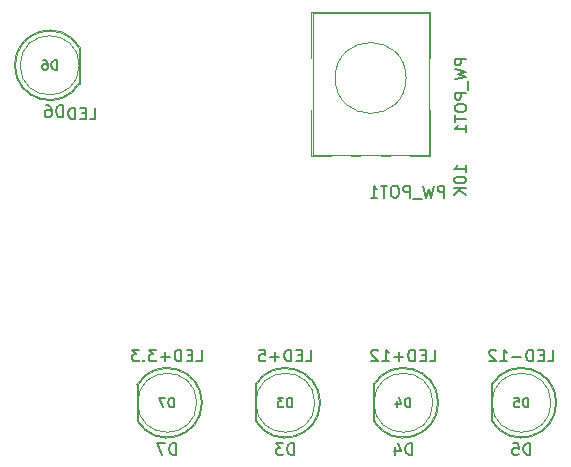
<source format=gbr>
%TF.GenerationSoftware,KiCad,Pcbnew,7.0.1*%
%TF.CreationDate,2023-03-13T20:19:02+00:00*%
%TF.ProjectId,KOSMO-POLY6-PICO-DCO-MB,4b4f534d-4f2d-4504-9f4c-59362d504943,v0.1.1*%
%TF.SameCoordinates,Original*%
%TF.FileFunction,Legend,Bot*%
%TF.FilePolarity,Positive*%
%FSLAX46Y46*%
G04 Gerber Fmt 4.6, Leading zero omitted, Abs format (unit mm)*
G04 Created by KiCad (PCBNEW 7.0.1) date 2023-03-13 20:19:02*
%MOMM*%
%LPD*%
G01*
G04 APERTURE LIST*
%ADD10C,0.150000*%
%ADD11C,0.200000*%
%ADD12C,0.120000*%
%ADD13C,0.100000*%
G04 APERTURE END LIST*
D10*
%TO.C,PW_POT1*%
X98612619Y-159854762D02*
X97612619Y-159854762D01*
X97612619Y-159854762D02*
X97612619Y-160235714D01*
X97612619Y-160235714D02*
X97660238Y-160330952D01*
X97660238Y-160330952D02*
X97707857Y-160378571D01*
X97707857Y-160378571D02*
X97803095Y-160426190D01*
X97803095Y-160426190D02*
X97945952Y-160426190D01*
X97945952Y-160426190D02*
X98041190Y-160378571D01*
X98041190Y-160378571D02*
X98088809Y-160330952D01*
X98088809Y-160330952D02*
X98136428Y-160235714D01*
X98136428Y-160235714D02*
X98136428Y-159854762D01*
X97612619Y-160759524D02*
X98612619Y-160997619D01*
X98612619Y-160997619D02*
X97898333Y-161188095D01*
X97898333Y-161188095D02*
X98612619Y-161378571D01*
X98612619Y-161378571D02*
X97612619Y-161616667D01*
X98707857Y-161759524D02*
X98707857Y-162521428D01*
X98612619Y-162759524D02*
X97612619Y-162759524D01*
X97612619Y-162759524D02*
X97612619Y-163140476D01*
X97612619Y-163140476D02*
X97660238Y-163235714D01*
X97660238Y-163235714D02*
X97707857Y-163283333D01*
X97707857Y-163283333D02*
X97803095Y-163330952D01*
X97803095Y-163330952D02*
X97945952Y-163330952D01*
X97945952Y-163330952D02*
X98041190Y-163283333D01*
X98041190Y-163283333D02*
X98088809Y-163235714D01*
X98088809Y-163235714D02*
X98136428Y-163140476D01*
X98136428Y-163140476D02*
X98136428Y-162759524D01*
X97612619Y-163950000D02*
X97612619Y-164140476D01*
X97612619Y-164140476D02*
X97660238Y-164235714D01*
X97660238Y-164235714D02*
X97755476Y-164330952D01*
X97755476Y-164330952D02*
X97945952Y-164378571D01*
X97945952Y-164378571D02*
X98279285Y-164378571D01*
X98279285Y-164378571D02*
X98469761Y-164330952D01*
X98469761Y-164330952D02*
X98565000Y-164235714D01*
X98565000Y-164235714D02*
X98612619Y-164140476D01*
X98612619Y-164140476D02*
X98612619Y-163950000D01*
X98612619Y-163950000D02*
X98565000Y-163854762D01*
X98565000Y-163854762D02*
X98469761Y-163759524D01*
X98469761Y-163759524D02*
X98279285Y-163711905D01*
X98279285Y-163711905D02*
X97945952Y-163711905D01*
X97945952Y-163711905D02*
X97755476Y-163759524D01*
X97755476Y-163759524D02*
X97660238Y-163854762D01*
X97660238Y-163854762D02*
X97612619Y-163950000D01*
X97612619Y-164664286D02*
X97612619Y-165235714D01*
X98612619Y-164950000D02*
X97612619Y-164950000D01*
X98612619Y-166092857D02*
X98612619Y-165521429D01*
X98612619Y-165807143D02*
X97612619Y-165807143D01*
X97612619Y-165807143D02*
X97755476Y-165711905D01*
X97755476Y-165711905D02*
X97850714Y-165616667D01*
X97850714Y-165616667D02*
X97898333Y-165521429D01*
X98562619Y-169469523D02*
X98562619Y-168898095D01*
X98562619Y-169183809D02*
X97562619Y-169183809D01*
X97562619Y-169183809D02*
X97705476Y-169088571D01*
X97705476Y-169088571D02*
X97800714Y-168993333D01*
X97800714Y-168993333D02*
X97848333Y-168898095D01*
X97562619Y-170088571D02*
X97562619Y-170183809D01*
X97562619Y-170183809D02*
X97610238Y-170279047D01*
X97610238Y-170279047D02*
X97657857Y-170326666D01*
X97657857Y-170326666D02*
X97753095Y-170374285D01*
X97753095Y-170374285D02*
X97943571Y-170421904D01*
X97943571Y-170421904D02*
X98181666Y-170421904D01*
X98181666Y-170421904D02*
X98372142Y-170374285D01*
X98372142Y-170374285D02*
X98467380Y-170326666D01*
X98467380Y-170326666D02*
X98515000Y-170279047D01*
X98515000Y-170279047D02*
X98562619Y-170183809D01*
X98562619Y-170183809D02*
X98562619Y-170088571D01*
X98562619Y-170088571D02*
X98515000Y-169993333D01*
X98515000Y-169993333D02*
X98467380Y-169945714D01*
X98467380Y-169945714D02*
X98372142Y-169898095D01*
X98372142Y-169898095D02*
X98181666Y-169850476D01*
X98181666Y-169850476D02*
X97943571Y-169850476D01*
X97943571Y-169850476D02*
X97753095Y-169898095D01*
X97753095Y-169898095D02*
X97657857Y-169945714D01*
X97657857Y-169945714D02*
X97610238Y-169993333D01*
X97610238Y-169993333D02*
X97562619Y-170088571D01*
X98562619Y-170850476D02*
X97562619Y-170850476D01*
X98562619Y-171421904D02*
X97991190Y-170993333D01*
X97562619Y-171421904D02*
X98134047Y-170850476D01*
X96735237Y-171622619D02*
X96735237Y-170622619D01*
X96735237Y-170622619D02*
X96354285Y-170622619D01*
X96354285Y-170622619D02*
X96259047Y-170670238D01*
X96259047Y-170670238D02*
X96211428Y-170717857D01*
X96211428Y-170717857D02*
X96163809Y-170813095D01*
X96163809Y-170813095D02*
X96163809Y-170955952D01*
X96163809Y-170955952D02*
X96211428Y-171051190D01*
X96211428Y-171051190D02*
X96259047Y-171098809D01*
X96259047Y-171098809D02*
X96354285Y-171146428D01*
X96354285Y-171146428D02*
X96735237Y-171146428D01*
X95830475Y-170622619D02*
X95592380Y-171622619D01*
X95592380Y-171622619D02*
X95401904Y-170908333D01*
X95401904Y-170908333D02*
X95211428Y-171622619D01*
X95211428Y-171622619D02*
X94973333Y-170622619D01*
X94830476Y-171717857D02*
X94068571Y-171717857D01*
X93830475Y-171622619D02*
X93830475Y-170622619D01*
X93830475Y-170622619D02*
X93449523Y-170622619D01*
X93449523Y-170622619D02*
X93354285Y-170670238D01*
X93354285Y-170670238D02*
X93306666Y-170717857D01*
X93306666Y-170717857D02*
X93259047Y-170813095D01*
X93259047Y-170813095D02*
X93259047Y-170955952D01*
X93259047Y-170955952D02*
X93306666Y-171051190D01*
X93306666Y-171051190D02*
X93354285Y-171098809D01*
X93354285Y-171098809D02*
X93449523Y-171146428D01*
X93449523Y-171146428D02*
X93830475Y-171146428D01*
X92639999Y-170622619D02*
X92449523Y-170622619D01*
X92449523Y-170622619D02*
X92354285Y-170670238D01*
X92354285Y-170670238D02*
X92259047Y-170765476D01*
X92259047Y-170765476D02*
X92211428Y-170955952D01*
X92211428Y-170955952D02*
X92211428Y-171289285D01*
X92211428Y-171289285D02*
X92259047Y-171479761D01*
X92259047Y-171479761D02*
X92354285Y-171575000D01*
X92354285Y-171575000D02*
X92449523Y-171622619D01*
X92449523Y-171622619D02*
X92639999Y-171622619D01*
X92639999Y-171622619D02*
X92735237Y-171575000D01*
X92735237Y-171575000D02*
X92830475Y-171479761D01*
X92830475Y-171479761D02*
X92878094Y-171289285D01*
X92878094Y-171289285D02*
X92878094Y-170955952D01*
X92878094Y-170955952D02*
X92830475Y-170765476D01*
X92830475Y-170765476D02*
X92735237Y-170670238D01*
X92735237Y-170670238D02*
X92639999Y-170622619D01*
X91925713Y-170622619D02*
X91354285Y-170622619D01*
X91639999Y-171622619D02*
X91639999Y-170622619D01*
X90497142Y-171622619D02*
X91068570Y-171622619D01*
X90782856Y-171622619D02*
X90782856Y-170622619D01*
X90782856Y-170622619D02*
X90878094Y-170765476D01*
X90878094Y-170765476D02*
X90973332Y-170860714D01*
X90973332Y-170860714D02*
X91068570Y-170908333D01*
%TO.C,D3*%
X84008094Y-193422619D02*
X84008094Y-192422619D01*
X84008094Y-192422619D02*
X83769999Y-192422619D01*
X83769999Y-192422619D02*
X83627142Y-192470238D01*
X83627142Y-192470238D02*
X83531904Y-192565476D01*
X83531904Y-192565476D02*
X83484285Y-192660714D01*
X83484285Y-192660714D02*
X83436666Y-192851190D01*
X83436666Y-192851190D02*
X83436666Y-192994047D01*
X83436666Y-192994047D02*
X83484285Y-193184523D01*
X83484285Y-193184523D02*
X83531904Y-193279761D01*
X83531904Y-193279761D02*
X83627142Y-193375000D01*
X83627142Y-193375000D02*
X83769999Y-193422619D01*
X83769999Y-193422619D02*
X84008094Y-193422619D01*
X83103332Y-192422619D02*
X82484285Y-192422619D01*
X82484285Y-192422619D02*
X82817618Y-192803571D01*
X82817618Y-192803571D02*
X82674761Y-192803571D01*
X82674761Y-192803571D02*
X82579523Y-192851190D01*
X82579523Y-192851190D02*
X82531904Y-192898809D01*
X82531904Y-192898809D02*
X82484285Y-192994047D01*
X82484285Y-192994047D02*
X82484285Y-193232142D01*
X82484285Y-193232142D02*
X82531904Y-193327380D01*
X82531904Y-193327380D02*
X82579523Y-193375000D01*
X82579523Y-193375000D02*
X82674761Y-193422619D01*
X82674761Y-193422619D02*
X82960475Y-193422619D01*
X82960475Y-193422619D02*
X83055713Y-193375000D01*
X83055713Y-193375000D02*
X83103332Y-193327380D01*
X85008095Y-185502619D02*
X85484285Y-185502619D01*
X85484285Y-185502619D02*
X85484285Y-184502619D01*
X84674761Y-184978809D02*
X84341428Y-184978809D01*
X84198571Y-185502619D02*
X84674761Y-185502619D01*
X84674761Y-185502619D02*
X84674761Y-184502619D01*
X84674761Y-184502619D02*
X84198571Y-184502619D01*
X83769999Y-185502619D02*
X83769999Y-184502619D01*
X83769999Y-184502619D02*
X83531904Y-184502619D01*
X83531904Y-184502619D02*
X83389047Y-184550238D01*
X83389047Y-184550238D02*
X83293809Y-184645476D01*
X83293809Y-184645476D02*
X83246190Y-184740714D01*
X83246190Y-184740714D02*
X83198571Y-184931190D01*
X83198571Y-184931190D02*
X83198571Y-185074047D01*
X83198571Y-185074047D02*
X83246190Y-185264523D01*
X83246190Y-185264523D02*
X83293809Y-185359761D01*
X83293809Y-185359761D02*
X83389047Y-185455000D01*
X83389047Y-185455000D02*
X83531904Y-185502619D01*
X83531904Y-185502619D02*
X83769999Y-185502619D01*
X82769999Y-185121666D02*
X82008095Y-185121666D01*
X82389047Y-185502619D02*
X82389047Y-184740714D01*
X81055714Y-184502619D02*
X81531904Y-184502619D01*
X81531904Y-184502619D02*
X81579523Y-184978809D01*
X81579523Y-184978809D02*
X81531904Y-184931190D01*
X81531904Y-184931190D02*
X81436666Y-184883571D01*
X81436666Y-184883571D02*
X81198571Y-184883571D01*
X81198571Y-184883571D02*
X81103333Y-184931190D01*
X81103333Y-184931190D02*
X81055714Y-184978809D01*
X81055714Y-184978809D02*
X81008095Y-185074047D01*
X81008095Y-185074047D02*
X81008095Y-185312142D01*
X81008095Y-185312142D02*
X81055714Y-185407380D01*
X81055714Y-185407380D02*
X81103333Y-185455000D01*
X81103333Y-185455000D02*
X81198571Y-185502619D01*
X81198571Y-185502619D02*
X81436666Y-185502619D01*
X81436666Y-185502619D02*
X81531904Y-185455000D01*
X81531904Y-185455000D02*
X81579523Y-185407380D01*
D11*
X83840475Y-189370095D02*
X83840475Y-188570095D01*
X83840475Y-188570095D02*
X83649999Y-188570095D01*
X83649999Y-188570095D02*
X83535713Y-188608190D01*
X83535713Y-188608190D02*
X83459523Y-188684380D01*
X83459523Y-188684380D02*
X83421428Y-188760571D01*
X83421428Y-188760571D02*
X83383332Y-188912952D01*
X83383332Y-188912952D02*
X83383332Y-189027238D01*
X83383332Y-189027238D02*
X83421428Y-189179619D01*
X83421428Y-189179619D02*
X83459523Y-189255809D01*
X83459523Y-189255809D02*
X83535713Y-189332000D01*
X83535713Y-189332000D02*
X83649999Y-189370095D01*
X83649999Y-189370095D02*
X83840475Y-189370095D01*
X83116666Y-188570095D02*
X82621428Y-188570095D01*
X82621428Y-188570095D02*
X82888094Y-188874857D01*
X82888094Y-188874857D02*
X82773809Y-188874857D01*
X82773809Y-188874857D02*
X82697618Y-188912952D01*
X82697618Y-188912952D02*
X82659523Y-188951047D01*
X82659523Y-188951047D02*
X82621428Y-189027238D01*
X82621428Y-189027238D02*
X82621428Y-189217714D01*
X82621428Y-189217714D02*
X82659523Y-189293904D01*
X82659523Y-189293904D02*
X82697618Y-189332000D01*
X82697618Y-189332000D02*
X82773809Y-189370095D01*
X82773809Y-189370095D02*
X83002380Y-189370095D01*
X83002380Y-189370095D02*
X83078571Y-189332000D01*
X83078571Y-189332000D02*
X83116666Y-189293904D01*
D10*
%TO.C,D4*%
X94008094Y-193422619D02*
X94008094Y-192422619D01*
X94008094Y-192422619D02*
X93769999Y-192422619D01*
X93769999Y-192422619D02*
X93627142Y-192470238D01*
X93627142Y-192470238D02*
X93531904Y-192565476D01*
X93531904Y-192565476D02*
X93484285Y-192660714D01*
X93484285Y-192660714D02*
X93436666Y-192851190D01*
X93436666Y-192851190D02*
X93436666Y-192994047D01*
X93436666Y-192994047D02*
X93484285Y-193184523D01*
X93484285Y-193184523D02*
X93531904Y-193279761D01*
X93531904Y-193279761D02*
X93627142Y-193375000D01*
X93627142Y-193375000D02*
X93769999Y-193422619D01*
X93769999Y-193422619D02*
X94008094Y-193422619D01*
X92579523Y-192755952D02*
X92579523Y-193422619D01*
X92817618Y-192375000D02*
X93055713Y-193089285D01*
X93055713Y-193089285D02*
X92436666Y-193089285D01*
X95484285Y-185502619D02*
X95960475Y-185502619D01*
X95960475Y-185502619D02*
X95960475Y-184502619D01*
X95150951Y-184978809D02*
X94817618Y-184978809D01*
X94674761Y-185502619D02*
X95150951Y-185502619D01*
X95150951Y-185502619D02*
X95150951Y-184502619D01*
X95150951Y-184502619D02*
X94674761Y-184502619D01*
X94246189Y-185502619D02*
X94246189Y-184502619D01*
X94246189Y-184502619D02*
X94008094Y-184502619D01*
X94008094Y-184502619D02*
X93865237Y-184550238D01*
X93865237Y-184550238D02*
X93769999Y-184645476D01*
X93769999Y-184645476D02*
X93722380Y-184740714D01*
X93722380Y-184740714D02*
X93674761Y-184931190D01*
X93674761Y-184931190D02*
X93674761Y-185074047D01*
X93674761Y-185074047D02*
X93722380Y-185264523D01*
X93722380Y-185264523D02*
X93769999Y-185359761D01*
X93769999Y-185359761D02*
X93865237Y-185455000D01*
X93865237Y-185455000D02*
X94008094Y-185502619D01*
X94008094Y-185502619D02*
X94246189Y-185502619D01*
X93246189Y-185121666D02*
X92484285Y-185121666D01*
X92865237Y-185502619D02*
X92865237Y-184740714D01*
X91484285Y-185502619D02*
X92055713Y-185502619D01*
X91769999Y-185502619D02*
X91769999Y-184502619D01*
X91769999Y-184502619D02*
X91865237Y-184645476D01*
X91865237Y-184645476D02*
X91960475Y-184740714D01*
X91960475Y-184740714D02*
X92055713Y-184788333D01*
X91103332Y-184597857D02*
X91055713Y-184550238D01*
X91055713Y-184550238D02*
X90960475Y-184502619D01*
X90960475Y-184502619D02*
X90722380Y-184502619D01*
X90722380Y-184502619D02*
X90627142Y-184550238D01*
X90627142Y-184550238D02*
X90579523Y-184597857D01*
X90579523Y-184597857D02*
X90531904Y-184693095D01*
X90531904Y-184693095D02*
X90531904Y-184788333D01*
X90531904Y-184788333D02*
X90579523Y-184931190D01*
X90579523Y-184931190D02*
X91150951Y-185502619D01*
X91150951Y-185502619D02*
X90531904Y-185502619D01*
D11*
X93840475Y-189370095D02*
X93840475Y-188570095D01*
X93840475Y-188570095D02*
X93649999Y-188570095D01*
X93649999Y-188570095D02*
X93535713Y-188608190D01*
X93535713Y-188608190D02*
X93459523Y-188684380D01*
X93459523Y-188684380D02*
X93421428Y-188760571D01*
X93421428Y-188760571D02*
X93383332Y-188912952D01*
X93383332Y-188912952D02*
X93383332Y-189027238D01*
X93383332Y-189027238D02*
X93421428Y-189179619D01*
X93421428Y-189179619D02*
X93459523Y-189255809D01*
X93459523Y-189255809D02*
X93535713Y-189332000D01*
X93535713Y-189332000D02*
X93649999Y-189370095D01*
X93649999Y-189370095D02*
X93840475Y-189370095D01*
X92697618Y-188836761D02*
X92697618Y-189370095D01*
X92888094Y-188532000D02*
X93078571Y-189103428D01*
X93078571Y-189103428D02*
X92583332Y-189103428D01*
D10*
%TO.C,D5*%
X104008094Y-193422619D02*
X104008094Y-192422619D01*
X104008094Y-192422619D02*
X103769999Y-192422619D01*
X103769999Y-192422619D02*
X103627142Y-192470238D01*
X103627142Y-192470238D02*
X103531904Y-192565476D01*
X103531904Y-192565476D02*
X103484285Y-192660714D01*
X103484285Y-192660714D02*
X103436666Y-192851190D01*
X103436666Y-192851190D02*
X103436666Y-192994047D01*
X103436666Y-192994047D02*
X103484285Y-193184523D01*
X103484285Y-193184523D02*
X103531904Y-193279761D01*
X103531904Y-193279761D02*
X103627142Y-193375000D01*
X103627142Y-193375000D02*
X103769999Y-193422619D01*
X103769999Y-193422619D02*
X104008094Y-193422619D01*
X102531904Y-192422619D02*
X103008094Y-192422619D01*
X103008094Y-192422619D02*
X103055713Y-192898809D01*
X103055713Y-192898809D02*
X103008094Y-192851190D01*
X103008094Y-192851190D02*
X102912856Y-192803571D01*
X102912856Y-192803571D02*
X102674761Y-192803571D01*
X102674761Y-192803571D02*
X102579523Y-192851190D01*
X102579523Y-192851190D02*
X102531904Y-192898809D01*
X102531904Y-192898809D02*
X102484285Y-192994047D01*
X102484285Y-192994047D02*
X102484285Y-193232142D01*
X102484285Y-193232142D02*
X102531904Y-193327380D01*
X102531904Y-193327380D02*
X102579523Y-193375000D01*
X102579523Y-193375000D02*
X102674761Y-193422619D01*
X102674761Y-193422619D02*
X102912856Y-193422619D01*
X102912856Y-193422619D02*
X103008094Y-193375000D01*
X103008094Y-193375000D02*
X103055713Y-193327380D01*
X105484285Y-185502619D02*
X105960475Y-185502619D01*
X105960475Y-185502619D02*
X105960475Y-184502619D01*
X105150951Y-184978809D02*
X104817618Y-184978809D01*
X104674761Y-185502619D02*
X105150951Y-185502619D01*
X105150951Y-185502619D02*
X105150951Y-184502619D01*
X105150951Y-184502619D02*
X104674761Y-184502619D01*
X104246189Y-185502619D02*
X104246189Y-184502619D01*
X104246189Y-184502619D02*
X104008094Y-184502619D01*
X104008094Y-184502619D02*
X103865237Y-184550238D01*
X103865237Y-184550238D02*
X103769999Y-184645476D01*
X103769999Y-184645476D02*
X103722380Y-184740714D01*
X103722380Y-184740714D02*
X103674761Y-184931190D01*
X103674761Y-184931190D02*
X103674761Y-185074047D01*
X103674761Y-185074047D02*
X103722380Y-185264523D01*
X103722380Y-185264523D02*
X103769999Y-185359761D01*
X103769999Y-185359761D02*
X103865237Y-185455000D01*
X103865237Y-185455000D02*
X104008094Y-185502619D01*
X104008094Y-185502619D02*
X104246189Y-185502619D01*
X103246189Y-185121666D02*
X102484285Y-185121666D01*
X101484285Y-185502619D02*
X102055713Y-185502619D01*
X101769999Y-185502619D02*
X101769999Y-184502619D01*
X101769999Y-184502619D02*
X101865237Y-184645476D01*
X101865237Y-184645476D02*
X101960475Y-184740714D01*
X101960475Y-184740714D02*
X102055713Y-184788333D01*
X101103332Y-184597857D02*
X101055713Y-184550238D01*
X101055713Y-184550238D02*
X100960475Y-184502619D01*
X100960475Y-184502619D02*
X100722380Y-184502619D01*
X100722380Y-184502619D02*
X100627142Y-184550238D01*
X100627142Y-184550238D02*
X100579523Y-184597857D01*
X100579523Y-184597857D02*
X100531904Y-184693095D01*
X100531904Y-184693095D02*
X100531904Y-184788333D01*
X100531904Y-184788333D02*
X100579523Y-184931190D01*
X100579523Y-184931190D02*
X101150951Y-185502619D01*
X101150951Y-185502619D02*
X100531904Y-185502619D01*
D11*
X103840475Y-189370095D02*
X103840475Y-188570095D01*
X103840475Y-188570095D02*
X103649999Y-188570095D01*
X103649999Y-188570095D02*
X103535713Y-188608190D01*
X103535713Y-188608190D02*
X103459523Y-188684380D01*
X103459523Y-188684380D02*
X103421428Y-188760571D01*
X103421428Y-188760571D02*
X103383332Y-188912952D01*
X103383332Y-188912952D02*
X103383332Y-189027238D01*
X103383332Y-189027238D02*
X103421428Y-189179619D01*
X103421428Y-189179619D02*
X103459523Y-189255809D01*
X103459523Y-189255809D02*
X103535713Y-189332000D01*
X103535713Y-189332000D02*
X103649999Y-189370095D01*
X103649999Y-189370095D02*
X103840475Y-189370095D01*
X102659523Y-188570095D02*
X103040475Y-188570095D01*
X103040475Y-188570095D02*
X103078571Y-188951047D01*
X103078571Y-188951047D02*
X103040475Y-188912952D01*
X103040475Y-188912952D02*
X102964285Y-188874857D01*
X102964285Y-188874857D02*
X102773809Y-188874857D01*
X102773809Y-188874857D02*
X102697618Y-188912952D01*
X102697618Y-188912952D02*
X102659523Y-188951047D01*
X102659523Y-188951047D02*
X102621428Y-189027238D01*
X102621428Y-189027238D02*
X102621428Y-189217714D01*
X102621428Y-189217714D02*
X102659523Y-189293904D01*
X102659523Y-189293904D02*
X102697618Y-189332000D01*
X102697618Y-189332000D02*
X102773809Y-189370095D01*
X102773809Y-189370095D02*
X102964285Y-189370095D01*
X102964285Y-189370095D02*
X103040475Y-189332000D01*
X103040475Y-189332000D02*
X103078571Y-189293904D01*
D10*
%TO.C,D7*%
X74008094Y-193422619D02*
X74008094Y-192422619D01*
X74008094Y-192422619D02*
X73769999Y-192422619D01*
X73769999Y-192422619D02*
X73627142Y-192470238D01*
X73627142Y-192470238D02*
X73531904Y-192565476D01*
X73531904Y-192565476D02*
X73484285Y-192660714D01*
X73484285Y-192660714D02*
X73436666Y-192851190D01*
X73436666Y-192851190D02*
X73436666Y-192994047D01*
X73436666Y-192994047D02*
X73484285Y-193184523D01*
X73484285Y-193184523D02*
X73531904Y-193279761D01*
X73531904Y-193279761D02*
X73627142Y-193375000D01*
X73627142Y-193375000D02*
X73769999Y-193422619D01*
X73769999Y-193422619D02*
X74008094Y-193422619D01*
X73103332Y-192422619D02*
X72436666Y-192422619D01*
X72436666Y-192422619D02*
X72865237Y-193422619D01*
X75722380Y-185502619D02*
X76198570Y-185502619D01*
X76198570Y-185502619D02*
X76198570Y-184502619D01*
X75389046Y-184978809D02*
X75055713Y-184978809D01*
X74912856Y-185502619D02*
X75389046Y-185502619D01*
X75389046Y-185502619D02*
X75389046Y-184502619D01*
X75389046Y-184502619D02*
X74912856Y-184502619D01*
X74484284Y-185502619D02*
X74484284Y-184502619D01*
X74484284Y-184502619D02*
X74246189Y-184502619D01*
X74246189Y-184502619D02*
X74103332Y-184550238D01*
X74103332Y-184550238D02*
X74008094Y-184645476D01*
X74008094Y-184645476D02*
X73960475Y-184740714D01*
X73960475Y-184740714D02*
X73912856Y-184931190D01*
X73912856Y-184931190D02*
X73912856Y-185074047D01*
X73912856Y-185074047D02*
X73960475Y-185264523D01*
X73960475Y-185264523D02*
X74008094Y-185359761D01*
X74008094Y-185359761D02*
X74103332Y-185455000D01*
X74103332Y-185455000D02*
X74246189Y-185502619D01*
X74246189Y-185502619D02*
X74484284Y-185502619D01*
X73484284Y-185121666D02*
X72722380Y-185121666D01*
X73103332Y-185502619D02*
X73103332Y-184740714D01*
X72341427Y-184502619D02*
X71722380Y-184502619D01*
X71722380Y-184502619D02*
X72055713Y-184883571D01*
X72055713Y-184883571D02*
X71912856Y-184883571D01*
X71912856Y-184883571D02*
X71817618Y-184931190D01*
X71817618Y-184931190D02*
X71769999Y-184978809D01*
X71769999Y-184978809D02*
X71722380Y-185074047D01*
X71722380Y-185074047D02*
X71722380Y-185312142D01*
X71722380Y-185312142D02*
X71769999Y-185407380D01*
X71769999Y-185407380D02*
X71817618Y-185455000D01*
X71817618Y-185455000D02*
X71912856Y-185502619D01*
X71912856Y-185502619D02*
X72198570Y-185502619D01*
X72198570Y-185502619D02*
X72293808Y-185455000D01*
X72293808Y-185455000D02*
X72341427Y-185407380D01*
X71293808Y-185407380D02*
X71246189Y-185455000D01*
X71246189Y-185455000D02*
X71293808Y-185502619D01*
X71293808Y-185502619D02*
X71341427Y-185455000D01*
X71341427Y-185455000D02*
X71293808Y-185407380D01*
X71293808Y-185407380D02*
X71293808Y-185502619D01*
X70912856Y-184502619D02*
X70293809Y-184502619D01*
X70293809Y-184502619D02*
X70627142Y-184883571D01*
X70627142Y-184883571D02*
X70484285Y-184883571D01*
X70484285Y-184883571D02*
X70389047Y-184931190D01*
X70389047Y-184931190D02*
X70341428Y-184978809D01*
X70341428Y-184978809D02*
X70293809Y-185074047D01*
X70293809Y-185074047D02*
X70293809Y-185312142D01*
X70293809Y-185312142D02*
X70341428Y-185407380D01*
X70341428Y-185407380D02*
X70389047Y-185455000D01*
X70389047Y-185455000D02*
X70484285Y-185502619D01*
X70484285Y-185502619D02*
X70769999Y-185502619D01*
X70769999Y-185502619D02*
X70865237Y-185455000D01*
X70865237Y-185455000D02*
X70912856Y-185407380D01*
D11*
X73840475Y-189370095D02*
X73840475Y-188570095D01*
X73840475Y-188570095D02*
X73649999Y-188570095D01*
X73649999Y-188570095D02*
X73535713Y-188608190D01*
X73535713Y-188608190D02*
X73459523Y-188684380D01*
X73459523Y-188684380D02*
X73421428Y-188760571D01*
X73421428Y-188760571D02*
X73383332Y-188912952D01*
X73383332Y-188912952D02*
X73383332Y-189027238D01*
X73383332Y-189027238D02*
X73421428Y-189179619D01*
X73421428Y-189179619D02*
X73459523Y-189255809D01*
X73459523Y-189255809D02*
X73535713Y-189332000D01*
X73535713Y-189332000D02*
X73649999Y-189370095D01*
X73649999Y-189370095D02*
X73840475Y-189370095D01*
X73116666Y-188570095D02*
X72583332Y-188570095D01*
X72583332Y-188570095D02*
X72926190Y-189370095D01*
D10*
%TO.C,D6*%
X64433094Y-164820619D02*
X64433094Y-163820619D01*
X64433094Y-163820619D02*
X64194999Y-163820619D01*
X64194999Y-163820619D02*
X64052142Y-163868238D01*
X64052142Y-163868238D02*
X63956904Y-163963476D01*
X63956904Y-163963476D02*
X63909285Y-164058714D01*
X63909285Y-164058714D02*
X63861666Y-164249190D01*
X63861666Y-164249190D02*
X63861666Y-164392047D01*
X63861666Y-164392047D02*
X63909285Y-164582523D01*
X63909285Y-164582523D02*
X63956904Y-164677761D01*
X63956904Y-164677761D02*
X64052142Y-164773000D01*
X64052142Y-164773000D02*
X64194999Y-164820619D01*
X64194999Y-164820619D02*
X64433094Y-164820619D01*
X63004523Y-163820619D02*
X63194999Y-163820619D01*
X63194999Y-163820619D02*
X63290237Y-163868238D01*
X63290237Y-163868238D02*
X63337856Y-163915857D01*
X63337856Y-163915857D02*
X63433094Y-164058714D01*
X63433094Y-164058714D02*
X63480713Y-164249190D01*
X63480713Y-164249190D02*
X63480713Y-164630142D01*
X63480713Y-164630142D02*
X63433094Y-164725380D01*
X63433094Y-164725380D02*
X63385475Y-164773000D01*
X63385475Y-164773000D02*
X63290237Y-164820619D01*
X63290237Y-164820619D02*
X63099761Y-164820619D01*
X63099761Y-164820619D02*
X63004523Y-164773000D01*
X63004523Y-164773000D02*
X62956904Y-164725380D01*
X62956904Y-164725380D02*
X62909285Y-164630142D01*
X62909285Y-164630142D02*
X62909285Y-164392047D01*
X62909285Y-164392047D02*
X62956904Y-164296809D01*
X62956904Y-164296809D02*
X63004523Y-164249190D01*
X63004523Y-164249190D02*
X63099761Y-164201571D01*
X63099761Y-164201571D02*
X63290237Y-164201571D01*
X63290237Y-164201571D02*
X63385475Y-164249190D01*
X63385475Y-164249190D02*
X63433094Y-164296809D01*
X63433094Y-164296809D02*
X63480713Y-164392047D01*
X66722857Y-165009619D02*
X67199047Y-165009619D01*
X67199047Y-165009619D02*
X67199047Y-164009619D01*
X66389523Y-164485809D02*
X66056190Y-164485809D01*
X65913333Y-165009619D02*
X66389523Y-165009619D01*
X66389523Y-165009619D02*
X66389523Y-164009619D01*
X66389523Y-164009619D02*
X65913333Y-164009619D01*
X65484761Y-165009619D02*
X65484761Y-164009619D01*
X65484761Y-164009619D02*
X65246666Y-164009619D01*
X65246666Y-164009619D02*
X65103809Y-164057238D01*
X65103809Y-164057238D02*
X65008571Y-164152476D01*
X65008571Y-164152476D02*
X64960952Y-164247714D01*
X64960952Y-164247714D02*
X64913333Y-164438190D01*
X64913333Y-164438190D02*
X64913333Y-164581047D01*
X64913333Y-164581047D02*
X64960952Y-164771523D01*
X64960952Y-164771523D02*
X65008571Y-164866761D01*
X65008571Y-164866761D02*
X65103809Y-164962000D01*
X65103809Y-164962000D02*
X65246666Y-165009619D01*
X65246666Y-165009619D02*
X65484761Y-165009619D01*
D11*
X63930475Y-160800095D02*
X63930475Y-160000095D01*
X63930475Y-160000095D02*
X63739999Y-160000095D01*
X63739999Y-160000095D02*
X63625713Y-160038190D01*
X63625713Y-160038190D02*
X63549523Y-160114380D01*
X63549523Y-160114380D02*
X63511428Y-160190571D01*
X63511428Y-160190571D02*
X63473332Y-160342952D01*
X63473332Y-160342952D02*
X63473332Y-160457238D01*
X63473332Y-160457238D02*
X63511428Y-160609619D01*
X63511428Y-160609619D02*
X63549523Y-160685809D01*
X63549523Y-160685809D02*
X63625713Y-160762000D01*
X63625713Y-160762000D02*
X63739999Y-160800095D01*
X63739999Y-160800095D02*
X63930475Y-160800095D01*
X62787618Y-160000095D02*
X62939999Y-160000095D01*
X62939999Y-160000095D02*
X63016190Y-160038190D01*
X63016190Y-160038190D02*
X63054285Y-160076285D01*
X63054285Y-160076285D02*
X63130475Y-160190571D01*
X63130475Y-160190571D02*
X63168571Y-160342952D01*
X63168571Y-160342952D02*
X63168571Y-160647714D01*
X63168571Y-160647714D02*
X63130475Y-160723904D01*
X63130475Y-160723904D02*
X63092380Y-160762000D01*
X63092380Y-160762000D02*
X63016190Y-160800095D01*
X63016190Y-160800095D02*
X62863809Y-160800095D01*
X62863809Y-160800095D02*
X62787618Y-160762000D01*
X62787618Y-160762000D02*
X62749523Y-160723904D01*
X62749523Y-160723904D02*
X62711428Y-160647714D01*
X62711428Y-160647714D02*
X62711428Y-160457238D01*
X62711428Y-160457238D02*
X62749523Y-160381047D01*
X62749523Y-160381047D02*
X62787618Y-160342952D01*
X62787618Y-160342952D02*
X62863809Y-160304857D01*
X62863809Y-160304857D02*
X63016190Y-160304857D01*
X63016190Y-160304857D02*
X63092380Y-160342952D01*
X63092380Y-160342952D02*
X63130475Y-160381047D01*
X63130475Y-160381047D02*
X63168571Y-160457238D01*
D12*
%TO.C,PW_POT1*%
X85480000Y-168120000D02*
X85480000Y-164183000D01*
X87130000Y-168120000D02*
X85480000Y-168120000D01*
X89629000Y-168120000D02*
X88870000Y-168120000D01*
X92129000Y-168120000D02*
X91370000Y-168120000D01*
X95521000Y-168120000D02*
X93871000Y-168120000D01*
X95521000Y-168120000D02*
X95521000Y-164183000D01*
D13*
X85600000Y-168000000D02*
X85600000Y-156000000D01*
X95400000Y-168000000D02*
X85600000Y-168000000D01*
D12*
X85480000Y-159816000D02*
X85480000Y-155880000D01*
X95521000Y-159816000D02*
X95521000Y-155880000D01*
D13*
X85600000Y-156000000D02*
X95400000Y-156000000D01*
X95400000Y-156000000D02*
X95400000Y-168000000D01*
D12*
X95521000Y-155880000D02*
X85480000Y-155880000D01*
D13*
X93500000Y-161500000D02*
G75*
G03*
X93500000Y-161500000I-3000000J0D01*
G01*
D12*
%TO.C,D3*%
X80710000Y-190545000D02*
X80710000Y-187455000D01*
D13*
X80770000Y-190469694D02*
X80770000Y-187530306D01*
D12*
X86259999Y-189000462D02*
G75*
G03*
X80710001Y-187455170I-2989999J462D01*
G01*
D13*
X80770001Y-190469693D02*
G75*
G03*
X80769985Y-187530334I2499999J1469693D01*
G01*
D12*
X80710000Y-190544830D02*
G75*
G03*
X86260000Y-188999538I2560000J1544830D01*
G01*
D13*
X85770000Y-189000000D02*
G75*
G03*
X85770000Y-189000000I-2500000J0D01*
G01*
D12*
X85770000Y-189000000D02*
G75*
G03*
X85770000Y-189000000I-2500000J0D01*
G01*
%TO.C,D4*%
X90710000Y-190545000D02*
X90710000Y-187455000D01*
D13*
X90770000Y-190469694D02*
X90770000Y-187530306D01*
D12*
X96259999Y-189000462D02*
G75*
G03*
X90710001Y-187455170I-2989999J462D01*
G01*
D13*
X90770001Y-190469693D02*
G75*
G03*
X90769985Y-187530334I2499999J1469693D01*
G01*
D12*
X90710000Y-190544830D02*
G75*
G03*
X96260000Y-188999538I2560000J1544830D01*
G01*
D13*
X95770000Y-189000000D02*
G75*
G03*
X95770000Y-189000000I-2500000J0D01*
G01*
D12*
X95770000Y-189000000D02*
G75*
G03*
X95770000Y-189000000I-2500000J0D01*
G01*
%TO.C,D5*%
X100710000Y-190545000D02*
X100710000Y-187455000D01*
D13*
X100770000Y-190469694D02*
X100770000Y-187530306D01*
D12*
X106259999Y-189000462D02*
G75*
G03*
X100710001Y-187455170I-2989999J462D01*
G01*
D13*
X100770001Y-190469693D02*
G75*
G03*
X100769985Y-187530334I2499999J1469693D01*
G01*
D12*
X100710000Y-190544830D02*
G75*
G03*
X106260000Y-188999538I2560000J1544830D01*
G01*
D13*
X105770000Y-189000000D02*
G75*
G03*
X105770000Y-189000000I-2500000J0D01*
G01*
D12*
X105770000Y-189000000D02*
G75*
G03*
X105770000Y-189000000I-2500000J0D01*
G01*
%TO.C,D7*%
X70710000Y-190545000D02*
X70710000Y-187455000D01*
D13*
X70770000Y-190469694D02*
X70770000Y-187530306D01*
D12*
X76259999Y-189000462D02*
G75*
G03*
X70710001Y-187455170I-2989999J462D01*
G01*
D13*
X70770001Y-190469693D02*
G75*
G03*
X70769985Y-187530334I2499999J1469693D01*
G01*
D12*
X70710000Y-190544830D02*
G75*
G03*
X76260000Y-188999538I2560000J1544830D01*
G01*
D13*
X75770000Y-189000000D02*
G75*
G03*
X75770000Y-189000000I-2500000J0D01*
G01*
D12*
X75770000Y-189000000D02*
G75*
G03*
X75770000Y-189000000I-2500000J0D01*
G01*
%TO.C,D6*%
X65880000Y-158885000D02*
X65880000Y-161975000D01*
D13*
X65820000Y-158960306D02*
X65820000Y-161899694D01*
D12*
X60330001Y-160429538D02*
G75*
G03*
X65879999Y-161974830I2989999J-462D01*
G01*
D13*
X65819999Y-158960307D02*
G75*
G03*
X65820015Y-161899666I-2499999J-1469693D01*
G01*
D12*
X65880000Y-158885170D02*
G75*
G03*
X60330000Y-160430462I-2560000J-1544830D01*
G01*
D13*
X65820000Y-160430000D02*
G75*
G03*
X65820000Y-160430000I-2500000J0D01*
G01*
D12*
X65820000Y-160430000D02*
G75*
G03*
X65820000Y-160430000I-2500000J0D01*
G01*
%TD*%
M02*

</source>
